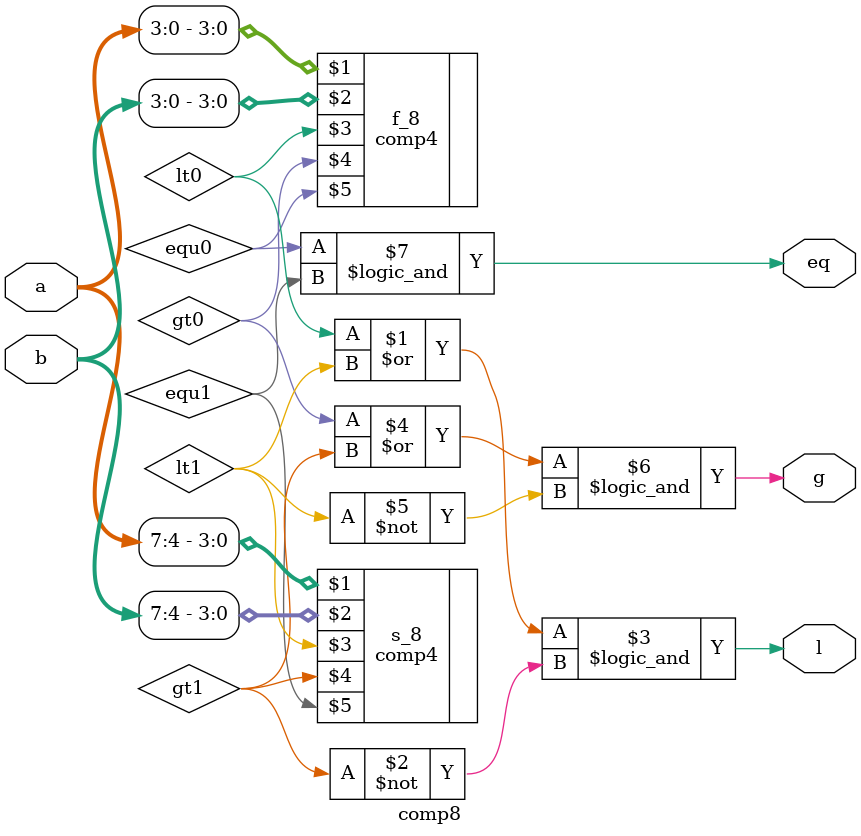
<source format=v>
module comp8(a,b,l,g,eq);
input [7:0] a;
input [7:0] b;
output l,g,eq;
comp4 f_8(a[3:0], b[3:0],lt0,gt0, equ0);
comp4 s_8(a[7:4], b[7:4],lt1,gt1, equ1);
assign l=(lt0 | lt1) && (~gt1);
assign g=(gt0 | gt1) && (~lt1);
assign eq=equ0 && equ1;
endmodule

</source>
